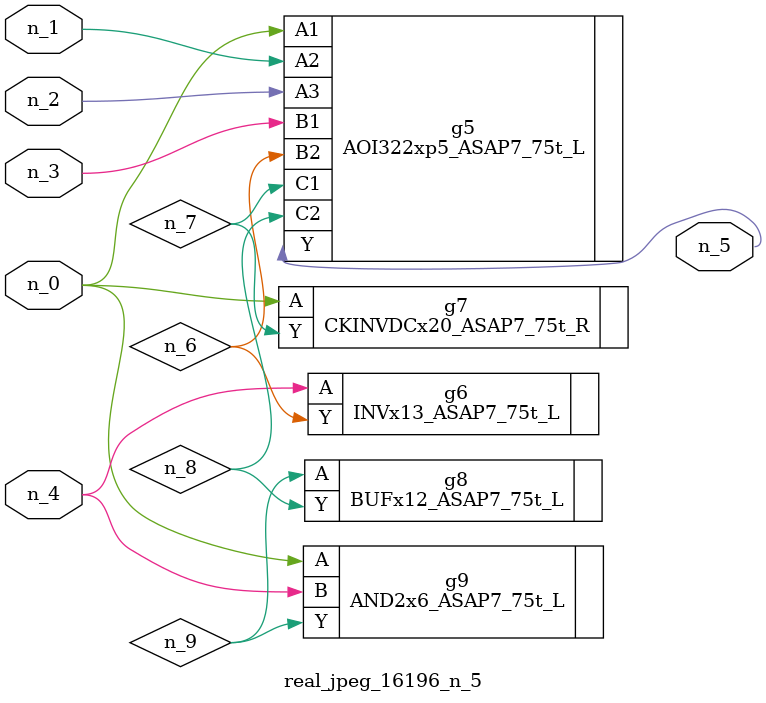
<source format=v>
module real_jpeg_16196_n_5 (n_4, n_0, n_1, n_2, n_3, n_5);

input n_4;
input n_0;
input n_1;
input n_2;
input n_3;

output n_5;

wire n_8;
wire n_6;
wire n_7;
wire n_9;

AOI322xp5_ASAP7_75t_L g5 ( 
.A1(n_0),
.A2(n_1),
.A3(n_2),
.B1(n_3),
.B2(n_6),
.C1(n_7),
.C2(n_8),
.Y(n_5)
);

CKINVDCx20_ASAP7_75t_R g7 ( 
.A(n_0),
.Y(n_7)
);

AND2x6_ASAP7_75t_L g9 ( 
.A(n_0),
.B(n_4),
.Y(n_9)
);

INVx13_ASAP7_75t_L g6 ( 
.A(n_4),
.Y(n_6)
);

BUFx12_ASAP7_75t_L g8 ( 
.A(n_9),
.Y(n_8)
);


endmodule
</source>
